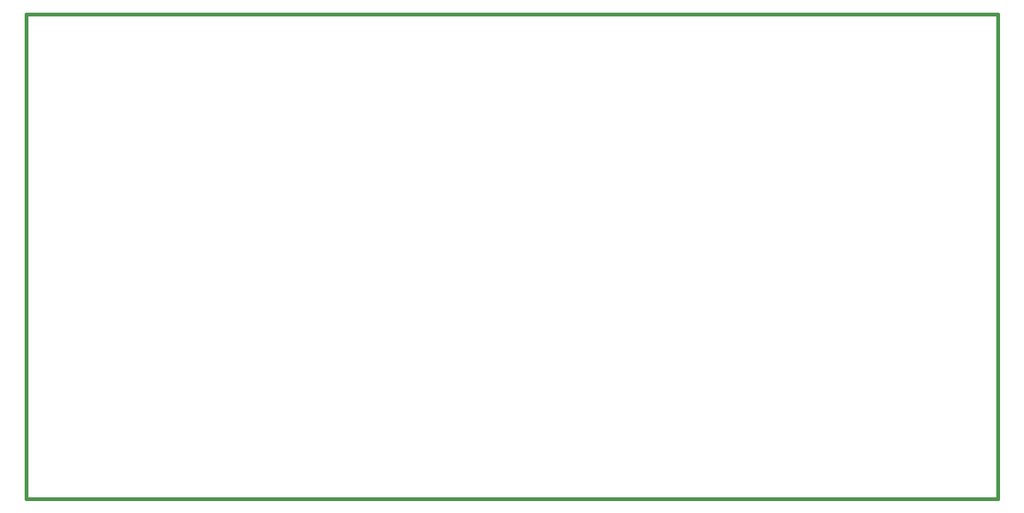
<source format=gbr>
G04 (created by PCBNEW (2013-jul-07)-stable) date Вт. 10 марта 2015 12:09:48*
%MOIN*%
G04 Gerber Fmt 3.4, Leading zero omitted, Abs format*
%FSLAX34Y34*%
G01*
G70*
G90*
G04 APERTURE LIST*
%ADD10C,0.00393701*%
%ADD11C,0.015*%
G04 APERTURE END LIST*
G54D10*
G54D11*
X78740Y-21653D02*
X35433Y-21653D01*
X78740Y-43307D02*
X78740Y-21653D01*
X35433Y-43307D02*
X78740Y-43307D01*
X35433Y-21653D02*
X35433Y-43307D01*
M02*

</source>
